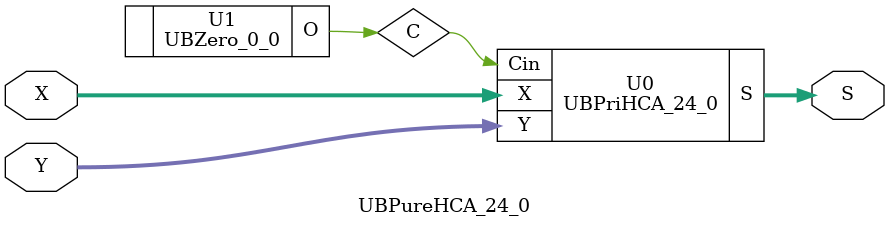
<source format=v>
/*----------------------------------------------------------------------------
  Copyright (c) 2021 Homma laboratory. All rights reserved.

  Top module: UBHCA_24_0_24_0

  Operand-1 length: 25
  Operand-2 length: 25
  Two-operand addition algorithm: Han-Carlson adder
----------------------------------------------------------------------------*/

module GPGenerator(Go, Po, A, B);
  output Go;
  output Po;
  input A;
  input B;
  assign Go = A & B;
  assign Po = A ^ B;
endmodule

module CarryOperator(Go, Po, Gi1, Pi1, Gi2, Pi2);
  output Go;
  output Po;
  input Gi1;
  input Gi2;
  input Pi1;
  input Pi2;
  assign Go = Gi1 | ( Gi2 & Pi1 );
  assign Po = Pi1 & Pi2;
endmodule

module UBPriHCA_24_0(S, X, Y, Cin);
  output [25:0] S;
  input Cin;
  input [24:0] X;
  input [24:0] Y;
  wire [24:0] G0;
  wire [24:0] G1;
  wire [24:0] G2;
  wire [24:0] G3;
  wire [24:0] G4;
  wire [24:0] G5;
  wire [24:0] G6;
  wire [24:0] P0;
  wire [24:0] P1;
  wire [24:0] P2;
  wire [24:0] P3;
  wire [24:0] P4;
  wire [24:0] P5;
  wire [24:0] P6;
  assign P1[0] = P0[0];
  assign G1[0] = G0[0];
  assign P1[2] = P0[2];
  assign G1[2] = G0[2];
  assign P1[4] = P0[4];
  assign G1[4] = G0[4];
  assign P1[6] = P0[6];
  assign G1[6] = G0[6];
  assign P1[8] = P0[8];
  assign G1[8] = G0[8];
  assign P1[10] = P0[10];
  assign G1[10] = G0[10];
  assign P1[12] = P0[12];
  assign G1[12] = G0[12];
  assign P1[14] = P0[14];
  assign G1[14] = G0[14];
  assign P1[16] = P0[16];
  assign G1[16] = G0[16];
  assign P1[18] = P0[18];
  assign G1[18] = G0[18];
  assign P1[20] = P0[20];
  assign G1[20] = G0[20];
  assign P1[22] = P0[22];
  assign G1[22] = G0[22];
  assign P1[24] = P0[24];
  assign G1[24] = G0[24];
  assign P2[0] = P1[0];
  assign G2[0] = G1[0];
  assign P2[1] = P1[1];
  assign G2[1] = G1[1];
  assign P2[2] = P1[2];
  assign G2[2] = G1[2];
  assign P2[4] = P1[4];
  assign G2[4] = G1[4];
  assign P2[6] = P1[6];
  assign G2[6] = G1[6];
  assign P2[8] = P1[8];
  assign G2[8] = G1[8];
  assign P2[10] = P1[10];
  assign G2[10] = G1[10];
  assign P2[12] = P1[12];
  assign G2[12] = G1[12];
  assign P2[14] = P1[14];
  assign G2[14] = G1[14];
  assign P2[16] = P1[16];
  assign G2[16] = G1[16];
  assign P2[18] = P1[18];
  assign G2[18] = G1[18];
  assign P2[20] = P1[20];
  assign G2[20] = G1[20];
  assign P2[22] = P1[22];
  assign G2[22] = G1[22];
  assign P2[24] = P1[24];
  assign G2[24] = G1[24];
  assign P3[0] = P2[0];
  assign G3[0] = G2[0];
  assign P3[1] = P2[1];
  assign G3[1] = G2[1];
  assign P3[2] = P2[2];
  assign G3[2] = G2[2];
  assign P3[3] = P2[3];
  assign G3[3] = G2[3];
  assign P3[4] = P2[4];
  assign G3[4] = G2[4];
  assign P3[6] = P2[6];
  assign G3[6] = G2[6];
  assign P3[8] = P2[8];
  assign G3[8] = G2[8];
  assign P3[10] = P2[10];
  assign G3[10] = G2[10];
  assign P3[12] = P2[12];
  assign G3[12] = G2[12];
  assign P3[14] = P2[14];
  assign G3[14] = G2[14];
  assign P3[16] = P2[16];
  assign G3[16] = G2[16];
  assign P3[18] = P2[18];
  assign G3[18] = G2[18];
  assign P3[20] = P2[20];
  assign G3[20] = G2[20];
  assign P3[22] = P2[22];
  assign G3[22] = G2[22];
  assign P3[24] = P2[24];
  assign G3[24] = G2[24];
  assign P4[0] = P3[0];
  assign G4[0] = G3[0];
  assign P4[1] = P3[1];
  assign G4[1] = G3[1];
  assign P4[2] = P3[2];
  assign G4[2] = G3[2];
  assign P4[3] = P3[3];
  assign G4[3] = G3[3];
  assign P4[4] = P3[4];
  assign G4[4] = G3[4];
  assign P4[5] = P3[5];
  assign G4[5] = G3[5];
  assign P4[6] = P3[6];
  assign G4[6] = G3[6];
  assign P4[7] = P3[7];
  assign G4[7] = G3[7];
  assign P4[8] = P3[8];
  assign G4[8] = G3[8];
  assign P4[10] = P3[10];
  assign G4[10] = G3[10];
  assign P4[12] = P3[12];
  assign G4[12] = G3[12];
  assign P4[14] = P3[14];
  assign G4[14] = G3[14];
  assign P4[16] = P3[16];
  assign G4[16] = G3[16];
  assign P4[18] = P3[18];
  assign G4[18] = G3[18];
  assign P4[20] = P3[20];
  assign G4[20] = G3[20];
  assign P4[22] = P3[22];
  assign G4[22] = G3[22];
  assign P4[24] = P3[24];
  assign G4[24] = G3[24];
  assign P5[0] = P4[0];
  assign G5[0] = G4[0];
  assign P5[1] = P4[1];
  assign G5[1] = G4[1];
  assign P5[2] = P4[2];
  assign G5[2] = G4[2];
  assign P5[3] = P4[3];
  assign G5[3] = G4[3];
  assign P5[4] = P4[4];
  assign G5[4] = G4[4];
  assign P5[5] = P4[5];
  assign G5[5] = G4[5];
  assign P5[6] = P4[6];
  assign G5[6] = G4[6];
  assign P5[7] = P4[7];
  assign G5[7] = G4[7];
  assign P5[8] = P4[8];
  assign G5[8] = G4[8];
  assign P5[9] = P4[9];
  assign G5[9] = G4[9];
  assign P5[10] = P4[10];
  assign G5[10] = G4[10];
  assign P5[11] = P4[11];
  assign G5[11] = G4[11];
  assign P5[12] = P4[12];
  assign G5[12] = G4[12];
  assign P5[13] = P4[13];
  assign G5[13] = G4[13];
  assign P5[14] = P4[14];
  assign G5[14] = G4[14];
  assign P5[15] = P4[15];
  assign G5[15] = G4[15];
  assign P5[16] = P4[16];
  assign G5[16] = G4[16];
  assign P5[18] = P4[18];
  assign G5[18] = G4[18];
  assign P5[20] = P4[20];
  assign G5[20] = G4[20];
  assign P5[22] = P4[22];
  assign G5[22] = G4[22];
  assign P5[24] = P4[24];
  assign G5[24] = G4[24];
  assign P6[0] = P5[0];
  assign G6[0] = G5[0];
  assign P6[1] = P5[1];
  assign G6[1] = G5[1];
  assign P6[3] = P5[3];
  assign G6[3] = G5[3];
  assign P6[5] = P5[5];
  assign G6[5] = G5[5];
  assign P6[7] = P5[7];
  assign G6[7] = G5[7];
  assign P6[9] = P5[9];
  assign G6[9] = G5[9];
  assign P6[11] = P5[11];
  assign G6[11] = G5[11];
  assign P6[13] = P5[13];
  assign G6[13] = G5[13];
  assign P6[15] = P5[15];
  assign G6[15] = G5[15];
  assign P6[17] = P5[17];
  assign G6[17] = G5[17];
  assign P6[19] = P5[19];
  assign G6[19] = G5[19];
  assign P6[21] = P5[21];
  assign G6[21] = G5[21];
  assign P6[23] = P5[23];
  assign G6[23] = G5[23];
  assign S[0] = Cin ^ P0[0];
  assign S[1] = ( G6[0] | ( P6[0] & Cin ) ) ^ P0[1];
  assign S[2] = ( G6[1] | ( P6[1] & Cin ) ) ^ P0[2];
  assign S[3] = ( G6[2] | ( P6[2] & Cin ) ) ^ P0[3];
  assign S[4] = ( G6[3] | ( P6[3] & Cin ) ) ^ P0[4];
  assign S[5] = ( G6[4] | ( P6[4] & Cin ) ) ^ P0[5];
  assign S[6] = ( G6[5] | ( P6[5] & Cin ) ) ^ P0[6];
  assign S[7] = ( G6[6] | ( P6[6] & Cin ) ) ^ P0[7];
  assign S[8] = ( G6[7] | ( P6[7] & Cin ) ) ^ P0[8];
  assign S[9] = ( G6[8] | ( P6[8] & Cin ) ) ^ P0[9];
  assign S[10] = ( G6[9] | ( P6[9] & Cin ) ) ^ P0[10];
  assign S[11] = ( G6[10] | ( P6[10] & Cin ) ) ^ P0[11];
  assign S[12] = ( G6[11] | ( P6[11] & Cin ) ) ^ P0[12];
  assign S[13] = ( G6[12] | ( P6[12] & Cin ) ) ^ P0[13];
  assign S[14] = ( G6[13] | ( P6[13] & Cin ) ) ^ P0[14];
  assign S[15] = ( G6[14] | ( P6[14] & Cin ) ) ^ P0[15];
  assign S[16] = ( G6[15] | ( P6[15] & Cin ) ) ^ P0[16];
  assign S[17] = ( G6[16] | ( P6[16] & Cin ) ) ^ P0[17];
  assign S[18] = ( G6[17] | ( P6[17] & Cin ) ) ^ P0[18];
  assign S[19] = ( G6[18] | ( P6[18] & Cin ) ) ^ P0[19];
  assign S[20] = ( G6[19] | ( P6[19] & Cin ) ) ^ P0[20];
  assign S[21] = ( G6[20] | ( P6[20] & Cin ) ) ^ P0[21];
  assign S[22] = ( G6[21] | ( P6[21] & Cin ) ) ^ P0[22];
  assign S[23] = ( G6[22] | ( P6[22] & Cin ) ) ^ P0[23];
  assign S[24] = ( G6[23] | ( P6[23] & Cin ) ) ^ P0[24];
  assign S[25] = G6[24] | ( P6[24] & Cin );
  GPGenerator U0 (G0[0], P0[0], X[0], Y[0]);
  GPGenerator U1 (G0[1], P0[1], X[1], Y[1]);
  GPGenerator U2 (G0[2], P0[2], X[2], Y[2]);
  GPGenerator U3 (G0[3], P0[3], X[3], Y[3]);
  GPGenerator U4 (G0[4], P0[4], X[4], Y[4]);
  GPGenerator U5 (G0[5], P0[5], X[5], Y[5]);
  GPGenerator U6 (G0[6], P0[6], X[6], Y[6]);
  GPGenerator U7 (G0[7], P0[7], X[7], Y[7]);
  GPGenerator U8 (G0[8], P0[8], X[8], Y[8]);
  GPGenerator U9 (G0[9], P0[9], X[9], Y[9]);
  GPGenerator U10 (G0[10], P0[10], X[10], Y[10]);
  GPGenerator U11 (G0[11], P0[11], X[11], Y[11]);
  GPGenerator U12 (G0[12], P0[12], X[12], Y[12]);
  GPGenerator U13 (G0[13], P0[13], X[13], Y[13]);
  GPGenerator U14 (G0[14], P0[14], X[14], Y[14]);
  GPGenerator U15 (G0[15], P0[15], X[15], Y[15]);
  GPGenerator U16 (G0[16], P0[16], X[16], Y[16]);
  GPGenerator U17 (G0[17], P0[17], X[17], Y[17]);
  GPGenerator U18 (G0[18], P0[18], X[18], Y[18]);
  GPGenerator U19 (G0[19], P0[19], X[19], Y[19]);
  GPGenerator U20 (G0[20], P0[20], X[20], Y[20]);
  GPGenerator U21 (G0[21], P0[21], X[21], Y[21]);
  GPGenerator U22 (G0[22], P0[22], X[22], Y[22]);
  GPGenerator U23 (G0[23], P0[23], X[23], Y[23]);
  GPGenerator U24 (G0[24], P0[24], X[24], Y[24]);
  CarryOperator U25 (G1[1], P1[1], G0[1], P0[1], G0[0], P0[0]);
  CarryOperator U26 (G1[3], P1[3], G0[3], P0[3], G0[2], P0[2]);
  CarryOperator U27 (G1[5], P1[5], G0[5], P0[5], G0[4], P0[4]);
  CarryOperator U28 (G1[7], P1[7], G0[7], P0[7], G0[6], P0[6]);
  CarryOperator U29 (G1[9], P1[9], G0[9], P0[9], G0[8], P0[8]);
  CarryOperator U30 (G1[11], P1[11], G0[11], P0[11], G0[10], P0[10]);
  CarryOperator U31 (G1[13], P1[13], G0[13], P0[13], G0[12], P0[12]);
  CarryOperator U32 (G1[15], P1[15], G0[15], P0[15], G0[14], P0[14]);
  CarryOperator U33 (G1[17], P1[17], G0[17], P0[17], G0[16], P0[16]);
  CarryOperator U34 (G1[19], P1[19], G0[19], P0[19], G0[18], P0[18]);
  CarryOperator U35 (G1[21], P1[21], G0[21], P0[21], G0[20], P0[20]);
  CarryOperator U36 (G1[23], P1[23], G0[23], P0[23], G0[22], P0[22]);
  CarryOperator U37 (G2[3], P2[3], G1[3], P1[3], G1[1], P1[1]);
  CarryOperator U38 (G2[5], P2[5], G1[5], P1[5], G1[3], P1[3]);
  CarryOperator U39 (G2[7], P2[7], G1[7], P1[7], G1[5], P1[5]);
  CarryOperator U40 (G2[9], P2[9], G1[9], P1[9], G1[7], P1[7]);
  CarryOperator U41 (G2[11], P2[11], G1[11], P1[11], G1[9], P1[9]);
  CarryOperator U42 (G2[13], P2[13], G1[13], P1[13], G1[11], P1[11]);
  CarryOperator U43 (G2[15], P2[15], G1[15], P1[15], G1[13], P1[13]);
  CarryOperator U44 (G2[17], P2[17], G1[17], P1[17], G1[15], P1[15]);
  CarryOperator U45 (G2[19], P2[19], G1[19], P1[19], G1[17], P1[17]);
  CarryOperator U46 (G2[21], P2[21], G1[21], P1[21], G1[19], P1[19]);
  CarryOperator U47 (G2[23], P2[23], G1[23], P1[23], G1[21], P1[21]);
  CarryOperator U48 (G3[5], P3[5], G2[5], P2[5], G2[1], P2[1]);
  CarryOperator U49 (G3[7], P3[7], G2[7], P2[7], G2[3], P2[3]);
  CarryOperator U50 (G3[9], P3[9], G2[9], P2[9], G2[5], P2[5]);
  CarryOperator U51 (G3[11], P3[11], G2[11], P2[11], G2[7], P2[7]);
  CarryOperator U52 (G3[13], P3[13], G2[13], P2[13], G2[9], P2[9]);
  CarryOperator U53 (G3[15], P3[15], G2[15], P2[15], G2[11], P2[11]);
  CarryOperator U54 (G3[17], P3[17], G2[17], P2[17], G2[13], P2[13]);
  CarryOperator U55 (G3[19], P3[19], G2[19], P2[19], G2[15], P2[15]);
  CarryOperator U56 (G3[21], P3[21], G2[21], P2[21], G2[17], P2[17]);
  CarryOperator U57 (G3[23], P3[23], G2[23], P2[23], G2[19], P2[19]);
  CarryOperator U58 (G4[9], P4[9], G3[9], P3[9], G3[1], P3[1]);
  CarryOperator U59 (G4[11], P4[11], G3[11], P3[11], G3[3], P3[3]);
  CarryOperator U60 (G4[13], P4[13], G3[13], P3[13], G3[5], P3[5]);
  CarryOperator U61 (G4[15], P4[15], G3[15], P3[15], G3[7], P3[7]);
  CarryOperator U62 (G4[17], P4[17], G3[17], P3[17], G3[9], P3[9]);
  CarryOperator U63 (G4[19], P4[19], G3[19], P3[19], G3[11], P3[11]);
  CarryOperator U64 (G4[21], P4[21], G3[21], P3[21], G3[13], P3[13]);
  CarryOperator U65 (G4[23], P4[23], G3[23], P3[23], G3[15], P3[15]);
  CarryOperator U66 (G5[17], P5[17], G4[17], P4[17], G4[1], P4[1]);
  CarryOperator U67 (G5[19], P5[19], G4[19], P4[19], G4[3], P4[3]);
  CarryOperator U68 (G5[21], P5[21], G4[21], P4[21], G4[5], P4[5]);
  CarryOperator U69 (G5[23], P5[23], G4[23], P4[23], G4[7], P4[7]);
  CarryOperator U70 (G6[2], P6[2], G5[2], P5[2], G5[1], P5[1]);
  CarryOperator U71 (G6[4], P6[4], G5[4], P5[4], G5[3], P5[3]);
  CarryOperator U72 (G6[6], P6[6], G5[6], P5[6], G5[5], P5[5]);
  CarryOperator U73 (G6[8], P6[8], G5[8], P5[8], G5[7], P5[7]);
  CarryOperator U74 (G6[10], P6[10], G5[10], P5[10], G5[9], P5[9]);
  CarryOperator U75 (G6[12], P6[12], G5[12], P5[12], G5[11], P5[11]);
  CarryOperator U76 (G6[14], P6[14], G5[14], P5[14], G5[13], P5[13]);
  CarryOperator U77 (G6[16], P6[16], G5[16], P5[16], G5[15], P5[15]);
  CarryOperator U78 (G6[18], P6[18], G5[18], P5[18], G5[17], P5[17]);
  CarryOperator U79 (G6[20], P6[20], G5[20], P5[20], G5[19], P5[19]);
  CarryOperator U80 (G6[22], P6[22], G5[22], P5[22], G5[21], P5[21]);
  CarryOperator U81 (G6[24], P6[24], G5[24], P5[24], G5[23], P5[23]);
endmodule

module UBZero_0_0(O);
  output [0:0] O;
  assign O[0] = 0;
endmodule

module UBHCA_24_0_24_0 (S, X, Y);
  output [25:0] S;
  input [24:0] X;
  input [24:0] Y;
  UBPureHCA_24_0 U0 (S[25:0], X[24:0], Y[24:0]);
endmodule

module UBPureHCA_24_0 (S, X, Y);
  output [25:0] S;
  input [24:0] X;
  input [24:0] Y;
  wire C;
  UBPriHCA_24_0 U0 (S, X, Y, C);
  UBZero_0_0 U1 (C);
endmodule


</source>
